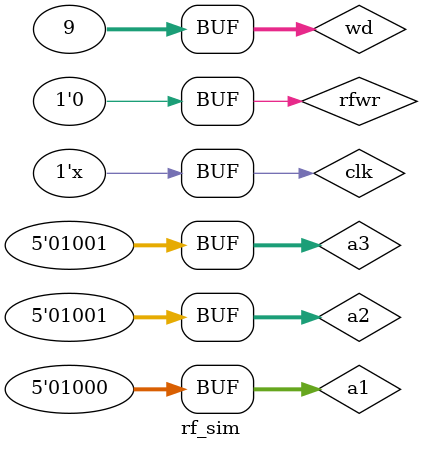
<source format=v>
`timescale 1ns / 1ps


module rf_sim(

    );
    
    reg [4:0]a1,a2,a3;
    reg [31:0]wd;
    reg rfwr;
    reg clk = 1'b0;
    wire [31:0]rd1,rd2;
    
    rf rf(.a1(a1),.a2(a2),.a3(a3),.wd(wd),.rfwr(rfwr),.clk(clk),.rd1(rd1),.rd2(rd2));
    
    always #10 clk = ~clk;
    
    initial begin
    #0 begin rfwr = 1'b1; a3 = 5'd1; wd = 32'd1; end
    #20 begin a3 = 5'd2; wd = 32'd2; end
    #40 begin a3 = 5'd3; wd = 32'd3; end
    #60 begin a3 = 5'd4; wd = 32'd4; end
    #80 begin a3 = 5'd5; wd = 32'd5; end
    #100 begin a3 = 5'd6; wd = 32'd6; end
    #120 begin a3 = 5'd7; wd = 32'd7; end
    #140 begin a3 = 5'd8; wd = 32'd8; end
    #160 begin a3 = 5'd9; wd = 32'd9; end
    #200 begin rfwr = 1'b0; a1 = 5'd0; a2 = 5'd1;end
    #220 begin a1 = 5'd2; a2 = 5'd3;end
    #240 begin a1 = 5'd4; a2 = 5'd5;end
    #260 begin a1 = 5'd6; a2 = 5'd7;end
    #280 begin a1 = 5'd8; a2 = 5'd9;end
    end
    
    
endmodule

</source>
